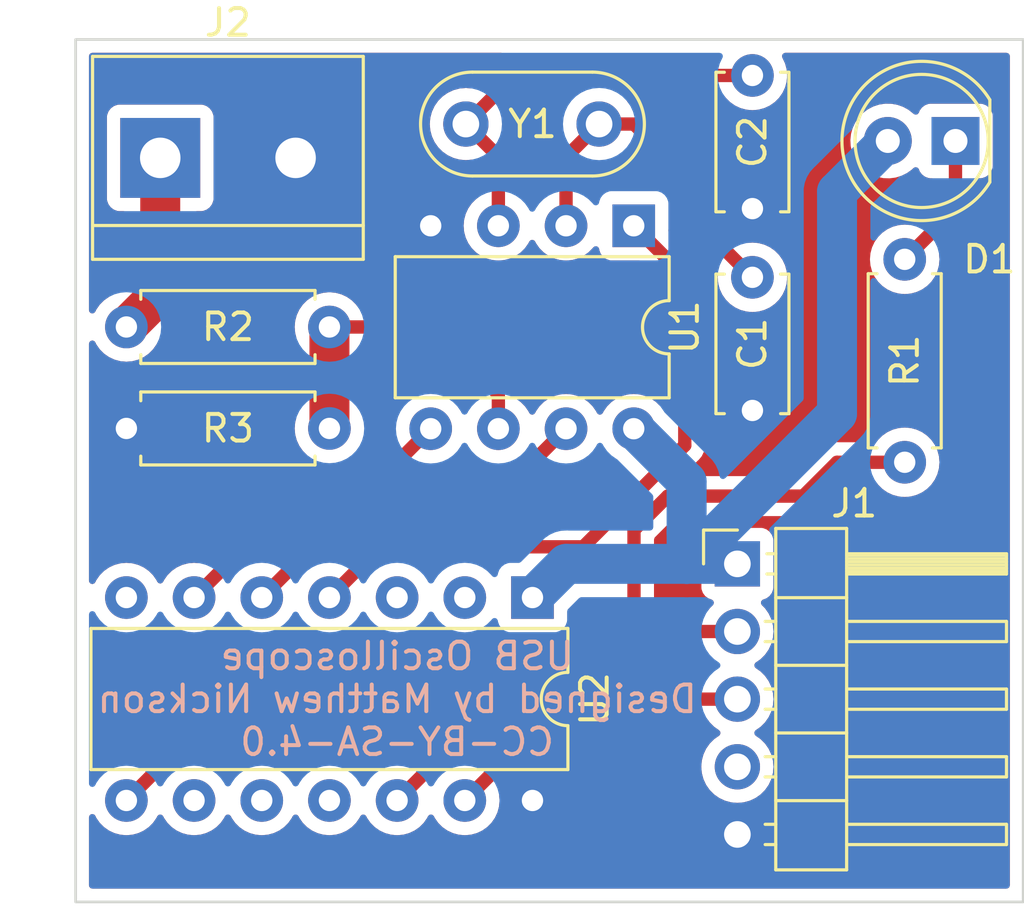
<source format=kicad_pcb>
(kicad_pcb (version 20211014) (generator pcbnew)
  (layers (0 "F.Cu" signal) (31 "B.Cu" signal) (34 "B.Paste" user) (35 "F.Paste" user) (36 "B.SilkS" user "B.Silkscreen") (37 "F.SilkS" user "F.Silkscreen") (38 "B.Mask" user) (39 "F.Mask" user) (44 "Edge.Cuts" user))
  (net 0 "")
  (net 1 "GND")
  (net 2 "Net-(C1-Pad2)")
  (net 3 "Net-(C2-Pad2)")
  (net 4 "Net-(D1-Pad1)")
  (net 5 "+5V")
  (net 6 "Net-(J1-Pad2)")
  (net 7 "Net-(J1-Pad3)")
  (net 9 "Net-(J2-Pad1)")
  (net 10 "Net-(R1-Pad2)")
  (net 11 "/SENSE")
  (net 12 "/~{RESET}")
  (net 13 "/MCU_RXD")
  (net 14 "/MCU_TXD")
  (footprint "Capacitor_THT:C_Disc_D5.0mm_W2.5mm_P5.00mm" (layer "F.Cu") (at 128.905 119.975 90)
    (fp_text reference "C1" (at 2.5 0 90) (layer "F.SilkS"))
    (fp_text value "27pF")
    (fp_line (start -0.12 1.37) (end 5.12 1.37) (layer "F.SilkS") (width 0.12))
    (fp_line (start 5.12 1.055) (end 5.12 1.37) (layer "F.SilkS") (width 0.12))
    (fp_line (start -0.12 -1.37) (end -0.12 -1.055) (layer "F.SilkS") (width 0.12))
    (fp_line (start -0.12 -1.37) (end 5.12 -1.37) (layer "F.SilkS") (width 0.12))
    (fp_line (start -0.12 1.055) (end -0.12 1.37) (layer "F.SilkS") (width 0.12))
    (fp_line (start 5.12 -1.37) (end 5.12 -1.055) (layer "F.SilkS") (width 0.12))
    (pad "1" thru_hole circle locked (at 0 0 90) (size 1.6 1.6) (drill 0.8) (layers *.Cu *.Mask) (net 1 "GND"))
    (pad "2" thru_hole circle locked (at 5 0 90) (size 1.6 1.6) (drill 0.8) (layers *.Cu *.Mask) (net 2 "Net-(C1-Pad2)"))
  )
  (footprint "TerminalBlock:TerminalBlock_bornier-2_P5.08mm" (layer "F.Cu") (at 106.68 110.49)
    (fp_text reference "J2" (at 2.54 -5.08) (layer "F.SilkS"))
    (fp_text value "Screw_Terminal_01x02")
    (fp_line (start -2.54 3.81) (end 7.62 3.81) (layer "F.SilkS") (width 0.12))
    (fp_line (start -2.54 -3.81) (end -2.54 3.81) (layer "F.SilkS") (width 0.12))
    (fp_line (start 7.62 3.81) (end 7.62 -3.81) (layer "F.SilkS") (width 0.12))
    (fp_line (start 7.62 -3.81) (end -2.54 -3.81) (layer "F.SilkS") (width 0.12))
    (fp_line (start 7.62 2.54) (end -2.54 2.54) (layer "F.SilkS") (width 0.12))
    (pad "1" thru_hole rect locked (at 0 0) (size 3 3) (drill 1.52) (layers *.Cu *.Mask) (net 9 "Net-(J2-Pad1)"))
    (pad "2" thru_hole circle locked (at 5.08 0) (size 3 3) (drill 1.52) (layers *.Cu *.Mask) (net 1 "GND"))
  )
  (footprint "Package_DIP:DIP-8_W7.62mm" (layer "F.Cu") (at 124.45 113.04 -90)
    (fp_text reference "U1" (at 3.81 -1.915 90) (layer "F.SilkS"))
    (fp_text value "ATtiny85-20P")
    (fp_line (start 2.81 -1.33) (end 1.16 -1.33) (layer "F.SilkS") (width 0.12))
    (fp_line (start 6.46 8.95) (end 6.46 -1.33) (layer "F.SilkS") (width 0.12))
    (fp_line (start 6.46 -1.33) (end 4.81 -1.33) (layer "F.SilkS") (width 0.12))
    (fp_line (start 1.16 -1.33) (end 1.16 8.95) (layer "F.SilkS") (width 0.12))
    (fp_line (start 1.16 8.95) (end 6.46 8.95) (layer "F.SilkS") (width 0.12))
    (fp_arc (start 4.81 -1.33) (mid 3.81 -0.33) (end 2.81 -1.33) (layer "F.SilkS") (width 0.12))
    (pad "1" thru_hole rect locked (at 0 0 270) (size 1.6 1.6) (drill 0.8) (layers *.Cu *.Mask) (net 12 "/~{RESET}"))
    (pad "2" thru_hole oval locked (at 0 2.54 270) (size 1.6 1.6) (drill 0.8) (layers *.Cu *.Mask) (net 2 "Net-(C1-Pad2)"))
    (pad "3" thru_hole oval locked (at 0 5.08 270) (size 1.6 1.6) (drill 0.8) (layers *.Cu *.Mask) (net 3 "Net-(C2-Pad2)"))
    (pad "4" thru_hole oval locked (at 0 7.62 270) (size 1.6 1.6) (drill 0.8) (layers *.Cu *.Mask) (net 1 "GND"))
    (pad "5" thru_hole oval locked (at 7.62 7.62 270) (size 1.6 1.6) (drill 0.8) (layers *.Cu *.Mask) (net 13 "/MCU_RXD"))
    (pad "6" thru_hole oval locked (at 7.62 5.08 270) (size 1.6 1.6) (drill 0.8) (layers *.Cu *.Mask) (net 11 "/SENSE"))
    (pad "7" thru_hole oval locked (at 7.62 2.54 270) (size 1.6 1.6) (drill 0.8) (layers *.Cu *.Mask) (net 14 "/MCU_TXD"))
    (pad "8" thru_hole oval locked (at 7.62 0 270) (size 1.6 1.6) (drill 0.8) (layers *.Cu *.Mask) (net 5 "+5V"))
  )
  (footprint "Package_DIP:DIP-14_W7.62mm" (layer "F.Cu") (at 120.65 127 -90)
    (fp_text reference "U2" (at 3.81 -2.33 90) (layer "F.SilkS"))
    (fp_text value "MCP2221AxP")
    (fp_line (start 1.16 16.57) (end 6.46 16.57) (layer "F.SilkS") (width 0.12))
    (fp_line (start 6.46 -1.33) (end 4.81 -1.33) (layer "F.SilkS") (width 0.12))
    (fp_line (start 6.46 16.57) (end 6.46 -1.33) (layer "F.SilkS") (width 0.12))
    (fp_line (start 2.81 -1.33) (end 1.16 -1.33) (layer "F.SilkS") (width 0.12))
    (fp_line (start 1.16 -1.33) (end 1.16 16.57) (layer "F.SilkS") (width 0.12))
    (fp_arc (start 4.81 -1.33) (mid 3.81 -0.33) (end 2.81 -1.33) (layer "F.SilkS") (width 0.12))
    (pad "1" thru_hole rect locked (at 0 0 270) (size 1.6 1.6) (drill 0.8) (layers *.Cu *.Mask) (net 5 "+5V"))
    (pad "2" thru_hole oval locked (at 0 2.54 270) (size 1.6 1.6) (drill 0.8) (layers *.Cu *.Mask))
    (pad "3" thru_hole oval locked (at 0 5.08 270) (size 1.6 1.6) (drill 0.8) (layers *.Cu *.Mask))
    (pad "4" thru_hole oval locked (at 0 7.62 270) (size 1.6 1.6) (drill 0.8) (layers *.Cu *.Mask) (net 12 "/~{RESET}"))
    (pad "5" thru_hole oval locked (at 0 10.16 270) (size 1.6 1.6) (drill 0.8) (layers *.Cu *.Mask) (net 14 "/MCU_TXD"))
    (pad "6" thru_hole oval locked (at 0 12.7 270) (size 1.6 1.6) (drill 0.8) (layers *.Cu *.Mask) (net 13 "/MCU_RXD"))
    (pad "7" thru_hole oval locked (at 0 15.24 270) (size 1.6 1.6) (drill 0.8) (layers *.Cu *.Mask))
    (pad "8" thru_hole oval locked (at 7.62 15.24 270) (size 1.6 1.6) (drill 0.8) (layers *.Cu *.Mask) (net 10 "Net-(R1-Pad2)"))
    (pad "9" thru_hole oval locked (at 7.62 12.7 270) (size 1.6 1.6) (drill 0.8) (layers *.Cu *.Mask))
    (pad "10" thru_hole oval locked (at 7.62 10.16 270) (size 1.6 1.6) (drill 0.8) (layers *.Cu *.Mask))
    (pad "11" thru_hole oval locked (at 7.62 7.62 270) (size 1.6 1.6) (drill 0.8) (layers *.Cu *.Mask))
    (pad "12" thru_hole oval locked (at 7.62 5.08 270) (size 1.6 1.6) (drill 0.8) (layers *.Cu *.Mask) (net 6 "Net-(J1-Pad2)"))
    (pad "13" thru_hole oval locked (at 7.62 2.54 270) (size 1.6 1.6) (drill 0.8) (layers *.Cu *.Mask) (net 7 "Net-(J1-Pad3)"))
    (pad "14" thru_hole oval locked (at 7.62 0 270) (size 1.6 1.6) (drill 0.8) (layers *.Cu *.Mask) (net 1 "GND"))
  )
  (footprint "Connector_PinHeader_2.54mm:PinHeader_1x05_P2.54mm_Horizontal" (layer "F.Cu") (at 128.34 125.735)
    (fp_text reference "J1" (at 4.385 -2.27) (layer "F.SilkS"))
    (fp_text value "USB_B_Micro")
    (fp_line (start 4.1 7.24) (end 10.1 7.24) (layer "F.SilkS") (width 0.12))
    (fp_line (start 1.042929 9.78) (end 1.44 9.78) (layer "F.SilkS") (width 0.12))
    (fp_line (start 1.042929 8) (end 1.44 8) (layer "F.SilkS") (width 0.12))
    (fp_line (start 4.1 0.16) (end 10.1 0.16) (layer "F.SilkS") (width 0.12))
    (fp_line (start 1.44 8.89) (end 4.1 8.89) (layer "F.SilkS") (width 0.12))
    (fp_line (start 4.1 11.49) (end 4.1 -1.33) (layer "F.SilkS") (width 0.12))
    (fp_line (start 4.1 0.28) (end 10.1 0.28) (layer "F.SilkS") (width 0.12))
    (fp_line (start 1.11 -0.38) (end 1.44 -0.38) (layer "F.SilkS") (width 0.12))
    (fp_line (start 10.1 7.24) (end 10.1 8) (layer "F.SilkS") (width 0.12))
    (fp_line (start 1.042929 2.92) (end 1.44 2.92) (layer "F.SilkS") (width 0.12))
    (fp_line (start 4.1 9.78) (end 10.1 9.78) (layer "F.SilkS") (width 0.12))
    (fp_line (start 4.1 -0.38) (end 10.1 -0.38) (layer "F.SilkS") (width 0.12))
    (fp_line (start 10.1 5.46) (end 4.1 5.46) (layer "F.SilkS") (width 0.12))
    (fp_line (start 10.1 10.54) (end 4.1 10.54) (layer "F.SilkS") (width 0.12))
    (fp_line (start 4.1 -1.33) (end 1.44 -1.33) (layer "F.SilkS") (width 0.12))
    (fp_line (start 10.1 2.92) (end 4.1 2.92) (layer "F.SilkS") (width 0.12))
    (fp_line (start 4.1 -0.32) (end 10.1 -0.32) (layer "F.SilkS") (width 0.12))
    (fp_line (start 1.042929 2.16) (end 1.44 2.16) (layer "F.SilkS") (width 0.12))
    (fp_line (start -1.27 -1.27) (end 0 -1.27) (layer "F.SilkS") (width 0.12))
    (fp_line (start 1.042929 4.7) (end 1.44 4.7) (layer "F.SilkS") (width 0.12))
    (fp_line (start -1.27 0) (end -1.27 -1.27) (layer "F.SilkS") (width 0.12))
    (fp_line (start 10.1 -0.38) (end 10.1 0.38) (layer "F.SilkS") (width 0.12))
    (fp_line (start 1.44 3.81) (end 4.1 3.81) (layer "F.SilkS") (width 0.12))
    (fp_line (start 4.1 -0.08) (end 10.1 -0.08) (layer "F.SilkS") (width 0.12))
    (fp_line (start 4.1 2.16) (end 10.1 2.16) (layer "F.SilkS") (width 0.12))
    (fp_line (start 10.1 9.78) (end 10.1 10.54) (layer "F.SilkS") (width 0.12))
    (fp_line (start 10.1 2.16) (end 10.1 2.92) (layer "F.SilkS") (width 0.12))
    (fp_line (start 1.042929 5.46) (end 1.44 5.46) (layer "F.SilkS") (width 0.12))
    (fp_line (start 1.042929 10.54) (end 1.44 10.54) (layer "F.SilkS") (width 0.12))
    (fp_line (start 1.44 1.27) (end 4.1 1.27) (layer "F.SilkS") (width 0.12))
    (fp_line (start 1.44 -1.33) (end 1.44 11.49) (layer "F.SilkS") (width 0.12))
    (fp_line (start 10.1 8) (end 4.1 8) (layer "F.SilkS") (width 0.12))
    (fp_line (start 4.1 4.7) (end 10.1 4.7) (layer "F.SilkS") (width 0.12))
    (fp_line (start 4.1 -0.2) (end 10.1 -0.2) (layer "F.SilkS") (width 0.12))
    (fp_line (start 1.11 0.38) (end 1.44 0.38) (layer "F.SilkS") (width 0.12))
    (fp_line (start 10.1 0.38) (end 4.1 0.38) (layer "F.SilkS") (width 0.12))
    (fp_line (start 10.1 4.7) (end 10.1 5.46) (layer "F.SilkS") (width 0.12))
    (fp_line (start 4.1 0.04) (end 10.1 0.04) (layer "F.SilkS") (width 0.12))
    (fp_line (start 1.44 6.35) (end 4.1 6.35) (layer "F.SilkS") (width 0.12))
    (fp_line (start 1.44 11.49) (end 4.1 11.49) (layer "F.SilkS") (width 0.12))
    (fp_line (start 1.042929 7.24) (end 1.44 7.24) (layer "F.SilkS") (width 0.12))
    (pad "1" thru_hole rect locked (at 0 0) (size 1.7 1.7) (drill 1) (layers *.Cu *.Mask) (net 5 "+5V"))
    (pad "2" thru_hole oval locked (at 0 2.54) (size 1.7 1.7) (drill 1) (layers *.Cu *.Mask) (net 6 "Net-(J1-Pad2)"))
    (pad "3" thru_hole oval locked (at 0 5.08) (size 1.7 1.7) (drill 1) (layers *.Cu *.Mask) (net 7 "Net-(J1-Pad3)"))
    (pad "4" thru_hole oval locked (at 0 7.62) (size 1.7 1.7) (drill 1) (layers *.Cu *.Mask))
    (pad "5" thru_hole oval locked (at 0 10.16) (size 1.7 1.7) (drill 1) (layers *.Cu *.Mask) (net 1 "GND"))
  )
  (footprint "Resistor_THT:R_Axial_DIN0207_L6.3mm_D2.5mm_P7.62mm_Horizontal" (layer "F.Cu") (at 134.62 114.3 -90)
    (fp_text reference "R1" (at 3.81 0 90) (layer "F.SilkS"))
    (fp_text value "330")
    (fp_line (start 7.08 -1.37) (end 7.08 -1.04) (layer "F.SilkS") (width 0.12))
    (fp_line (start 7.08 1.37) (end 7.08 1.04) (layer "F.SilkS") (width 0.12))
    (fp_line (start 0.54 -1.37) (end 7.08 -1.37) (layer "F.SilkS") (width 0.12))
    (fp_line (start 0.54 1.04) (end 0.54 1.37) (layer "F.SilkS") (width 0.12))
    (fp_line (start 0.54 -1.04) (end 0.54 -1.37) (layer "F.SilkS") (width 0.12))
    (fp_line (start 0.54 1.37) (end 7.08 1.37) (layer "F.SilkS") (width 0.12))
    (pad "1" thru_hole circle locked (at 0 0 270) (size 1.6 1.6) (drill 0.8) (layers *.Cu *.Mask) (net 4 "Net-(D1-Pad1)"))
    (pad "2" thru_hole oval locked (at 7.62 0 270) (size 1.6 1.6) (drill 0.8) (layers *.Cu *.Mask) (net 10 "Net-(R1-Pad2)"))
  )
  (footprint "Capacitor_THT:C_Disc_D5.0mm_W2.5mm_P5.00mm" (layer "F.Cu") (at 128.905 112.395 90)
    (fp_text reference "C2" (at 2.5 0 90) (layer "F.SilkS"))
    (fp_text value "27pF")
    (fp_line (start -0.12 -1.37) (end 5.12 -1.37) (layer "F.SilkS") (width 0.12))
    (fp_line (start 5.12 -1.37) (end 5.12 -1.055) (layer "F.SilkS") (width 0.12))
    (fp_line (start -0.12 -1.37) (end -0.12 -1.055) (layer "F.SilkS") (width 0.12))
    (fp_line (start -0.12 1.37) (end 5.12 1.37) (layer "F.SilkS") (width 0.12))
    (fp_line (start -0.12 1.055) (end -0.12 1.37) (layer "F.SilkS") (width 0.12))
    (fp_line (start 5.12 1.055) (end 5.12 1.37) (layer "F.SilkS") (width 0.12))
    (pad "1" thru_hole circle locked (at 0 0 90) (size 1.6 1.6) (drill 0.8) (layers *.Cu *.Mask) (net 1 "GND"))
    (pad "2" thru_hole circle locked (at 5 0 90) (size 1.6 1.6) (drill 0.8) (layers *.Cu *.Mask) (net 3 "Net-(C2-Pad2)"))
  )
  (footprint "Resistor_THT:R_Axial_DIN0207_L6.3mm_D2.5mm_P7.62mm_Horizontal" (layer "F.Cu") (at 105.41 116.84)
    (fp_text reference "R2" (at 3.81 0) (layer "F.SilkS"))
    (fp_text value "100K")
    (fp_line (start 0.54 -1.04) (end 0.54 -1.37) (layer "F.SilkS") (width 0.12))
    (fp_line (start 7.08 1.37) (end 7.08 1.04) (layer "F.SilkS") (width 0.12))
    (fp_line (start 7.08 -1.37) (end 7.08 -1.04) (layer "F.SilkS") (width 0.12))
    (fp_line (start 0.54 -1.37) (end 7.08 -1.37) (layer "F.SilkS") (width 0.12))
    (fp_line (start 0.54 1.04) (end 0.54 1.37) (layer "F.SilkS") (width 0.12))
    (fp_line (start 0.54 1.37) (end 7.08 1.37) (layer "F.SilkS") (width 0.12))
    (pad "1" thru_hole circle locked (at 0 0) (size 1.6 1.6) (drill 0.8) (layers *.Cu *.Mask) (net 9 "Net-(J2-Pad1)"))
    (pad "2" thru_hole oval locked (at 7.62 0) (size 1.6 1.6) (drill 0.8) (layers *.Cu *.Mask) (net 11 "/SENSE"))
  )
  (footprint "Resistor_THT:R_Axial_DIN0207_L6.3mm_D2.5mm_P7.62mm_Horizontal" (layer "F.Cu") (at 113.03 120.65 180)
    (fp_text reference "R3" (at 3.81 0) (layer "F.SilkS"))
    (fp_text value "10K")
    (fp_line (start 0.54 -1.37) (end 7.08 -1.37) (layer "F.SilkS") (width 0.12))
    (fp_line (start 0.54 1.04) (end 0.54 1.37) (layer "F.SilkS") (width 0.12))
    (fp_line (start 7.08 1.37) (end 7.08 1.04) (layer "F.SilkS") (width 0.12))
    (fp_line (start 7.08 -1.37) (end 7.08 -1.04) (layer "F.SilkS") (width 0.12))
    (fp_line (start 0.54 1.37) (end 7.08 1.37) (layer "F.SilkS") (width 0.12))
    (fp_line (start 0.54 -1.04) (end 0.54 -1.37) (layer "F.SilkS") (width 0.12))
    (pad "1" thru_hole circle locked (at 0 0 180) (size 1.6 1.6) (drill 0.8) (layers *.Cu *.Mask) (net 11 "/SENSE"))
    (pad "2" thru_hole oval locked (at 7.62 0 180) (size 1.6 1.6) (drill 0.8) (layers *.Cu *.Mask) (net 1 "GND"))
  )
  (footprint "Crystal:Resonator-2Pin_W8.0mm_H3.5mm" (layer "F.Cu") (at 118.15 109.22)
    (fp_text reference "Y1" (at 2.5 0) (layer "F.SilkS"))
    (fp_text value "16MHz")
    (fp_line (start 0.25 1.95) (end 4.75 1.95) (layer "F.SilkS") (width 0.12))
    (fp_line (start 0.25 -1.95) (end 4.75 -1.95) (layer "F.SilkS") (width 0.12))
    (fp_arc (start 0.25 1.95) (mid -1.7 0) (end 0.25 -1.95) (layer "F.SilkS") (width 0.12))
    (fp_arc (start 4.75 -1.95) (mid 6.7 0) (end 4.75 1.95) (layer "F.SilkS") (width 0.12))
    (pad "1" thru_hole circle locked (at 0 0) (size 1.7 1.7) (drill 1) (layers *.Cu *.Mask) (net 3 "Net-(C2-Pad2)"))
    (pad "2" thru_hole circle locked (at 5 0) (size 1.7 1.7) (drill 1) (layers *.Cu *.Mask) (net 2 "Net-(C1-Pad2)"))
  )
  (footprint "LED_THT:LED_D5.0mm" (layer "F.Cu") (at 136.525 109.855 180)
    (fp_text reference "D1" (at -1.27 -4.445) (layer "F.SilkS"))
    (fp_text value "LED")
    (fp_line (start -1.29 -1.545) (end -1.29 1.545) (layer "F.SilkS") (width 0.12))
    (fp_arc (start 4.26 -0.000462) (mid 2.072002 2.880433) (end -1.29 1.54483) (layer "F.SilkS") (width 0.12))
    (fp_arc (start -1.29 -1.54483) (mid 2.072002 -2.880433) (end 4.26 0.000462) (layer "F.SilkS") (width 0.12))
    (fp_circle (center 1.27 0) (end 3.77 0) (layer "F.SilkS") (width 0.12) (fill none))
    (pad "1" thru_hole rect locked (at 0 0 180) (size 1.8 1.8) (drill 0.9) (layers *.Cu *.Mask) (net 4 "Net-(D1-Pad1)"))
    (pad "2" thru_hole circle locked (at 2.54 0 180) (size 1.8 1.8) (drill 0.9) (layers *.Cu *.Mask) (net 5 "+5V"))
  )
  (gr_rect (start 103.505 106.045) (end 139.065 138.43) (layer "Edge.Cuts") (width 0.1) (fill none))
  (gr_text "USB Oscilloscope\nDesigned by Matthew Nickson\nCC-BY-SA-4.0" (at 115.57 130.81) (layer "B.SilkS") (effects (font (size 1 1)) (justify mirror)))
  (segment (start 124.46 109.22) (end 123.15 109.22) (width 0.5) (layer "F.Cu") (net 2))
  (segment (start 128.905 114.975) (end 126.365 112.435) (width 0.5) (layer "F.Cu") (net 2))
  (segment (start 126.365 112.435) (end 126.365 111.125) (width 0.5) (layer "F.Cu") (net 2))
  (segment (start 123.15 109.22) (end 121.91 110.46) (width 0.5) (layer "F.Cu") (net 2))
  (segment (start 126.365 111.125) (end 124.46 109.22) (width 0.5) (layer "F.Cu") (net 2))
  (segment (start 121.91 110.46) (end 121.91 113.04) (width 0.5) (layer "F.Cu") (net 2))
  (segment (start 119.37 110.46) (end 119.37 113.04) (width 0.5) (layer "F.Cu") (net 3))
  (segment (start 118.15 109.22) (end 119.38 110.45) (width 0.5) (layer "F.Cu") (net 3))
  (segment (start 128.905 107.395) (end 119.975 107.395) (width 0.5) (layer "F.Cu") (net 3))
  (segment (start 119.975 107.395) (end 118.15 109.22) (width 0.5) (layer "F.Cu") (net 3))
  (segment (start 119.38 110.45) (end 119.37 110.46) (width 0.5) (layer "F.Cu") (net 3))
  (segment (start 136.525 112.395) (end 136.525 109.855) (width 0.5) (layer "F.Cu") (net 4))
  (segment (start 134.62 114.3) (end 136.525 112.395) (width 0.5) (layer "F.Cu") (net 4))
  (segment (start 126.435 124.53) (end 126.435 122.645) (width 1.5) (layer "B.Cu") (net 5))
  (segment (start 126.435 124.53) (end 127.64 125.735) (width 1.5) (layer "B.Cu") (net 5))
  (segment (start 132.08 120.09) (end 132.08 111.76) (width 1.5) (layer "B.Cu") (net 5))
  (segment (start 132.08 111.76) (end 133.985 109.855) (width 1.5) (layer "B.Cu") (net 5))
  (segment (start 126.435 125.735) (end 132.08 120.09) (width 1.5) (layer "B.Cu") (net 5))
  (segment (start 126.435 122.645) (end 124.45 120.66) (width 1.5) (layer "B.Cu") (net 5))
  (segment (start 126.435 125.735) (end 128.34 125.735) (width 1.5) (layer "B.Cu") (net 5))
  (segment (start 120.65 127) (end 121.915 125.735) (width 1.5) (layer "B.Cu") (net 5))
  (segment (start 126.435 125.735) (end 126.435 124.53) (width 1.5) (layer "B.Cu") (net 5))
  (segment (start 127.64 125.735) (end 128.34 125.735) (width 1.5) (layer "B.Cu") (net 5))
  (segment (start 121.915 125.735) (end 126.435 125.735) (width 1.5) (layer "B.Cu") (net 5))
  (segment (start 126.435 128.275) (end 128.34 128.275) (width 0.5) (layer "F.Cu") (net 6))
  (segment (start 115.57 134.62) (end 119.38 130.81) (width 0.5) (layer "F.Cu") (net 6))
  (segment (start 119.38 130.81) (end 123.9 130.81) (width 0.5) (layer "F.Cu") (net 6))
  (segment (start 123.9 130.81) (end 126.435 128.275) (width 0.5) (layer "F.Cu") (net 6))
  (segment (start 120.65 132.08) (end 125.17 132.08) (width 0.5) (layer "F.Cu") (net 7))
  (segment (start 118.11 134.62) (end 120.65 132.08) (width 0.5) (layer "F.Cu") (net 7))
  (segment (start 126.435 130.815) (end 128.34 130.815) (width 0.5) (layer "F.Cu") (net 7))
  (segment (start 125.17 132.08) (end 126.435 130.815) (width 0.5) (layer "F.Cu") (net 7))
  (segment (start 106.68 110.49) (end 106.68 115.57) (width 1.5) (layer "F.Cu") (net 9))
  (segment (start 106.68 115.57) (end 105.41 116.84) (width 1.5) (layer "F.Cu") (net 9))
  (segment (start 124.46 128.27) (end 123.19 129.54) (width 0.5) (layer "F.Cu") (net 10))
  (segment (start 132.08 121.92) (end 130.81 123.19) (width 0.5) (layer "F.Cu") (net 10))
  (segment (start 125.73 123.19) (end 124.46 124.46) (width 0.5) (layer "F.Cu") (net 10))
  (segment (start 123.19 129.54) (end 118.11 129.54) (width 0.5) (layer "F.Cu") (net 10))
  (segment (start 115.57 132.08) (end 107.95 132.08) (width 0.5) (layer "F.Cu") (net 10))
  (segment (start 107.95 132.08) (end 105.41 134.62) (width 0.5) (layer "F.Cu") (net 10))
  (segment (start 134.62 121.92) (end 132.08 121.92) (width 0.5) (layer "F.Cu") (net 10))
  (segment (start 130.81 123.19) (end 125.73 123.19) (width 0.5) (layer "F.Cu") (net 10))
  (segment (start 118.11 129.54) (end 115.57 132.08) (width 0.5) (layer "F.Cu") (net 10))
  (segment (start 124.46 124.46) (end 124.46 128.27) (width 0.5) (layer "F.Cu") (net 10))
  (segment (start 119.37 119.37) (end 116.84 116.84) (width 0.5) (layer "F.Cu") (net 11))
  (segment (start 113.03 116.84) (end 113.03 120.65) (width 1.5) (layer "F.Cu") (net 11))
  (segment (start 116.84 116.84) (end 113.03 116.84) (width 0.5) (layer "F.Cu") (net 11))
  (segment (start 119.37 120.66) (end 119.37 119.37) (width 0.5) (layer "F.Cu") (net 11))
  (segment (start 113.03 127) (end 114.935 125.095) (width 0.5) (layer "F.Cu") (net 12))
  (segment (start 126.365 121.285) (end 126.365 114.955) (width 0.5) (layer "F.Cu") (net 12))
  (segment (start 114.935 125.095) (end 122.555 125.095) (width 0.5) (layer "F.Cu") (net 12))
  (segment (start 122.555 125.095) (end 126.365 121.285) (width 0.5) (layer "F.Cu") (net 12))
  (segment (start 126.365 114.955) (end 124.45 113.04) (width 0.5) (layer "F.Cu") (net 12))
  (segment (start 116.83 120.66) (end 114.935 122.555) (width 0.5) (layer "F.Cu") (net 13))
  (segment (start 114.935 122.555) (end 112.395 122.555) (width 0.5) (layer "F.Cu") (net 13))
  (segment (start 112.395 122.555) (end 107.95 127) (width 0.5) (layer "F.Cu") (net 13))
  (segment (start 118.745 123.825) (end 121.91 120.66) (width 0.5) (layer "F.Cu") (net 14))
  (segment (start 113.665 123.825) (end 118.745 123.825) (width 0.5) (layer "F.Cu") (net 14))
  (segment (start 110.49 127) (end 113.665 123.825) (width 0.5) (layer "F.Cu") (net 14))
  (zone (net 1) (net_name "GND") (layer "F.Cu") (connect_pads yes (clearance 0.5)) (min_thickness 0.254) (fill yes (thermal_gap 0.508) (thermal_bridge_width 0.508))
    (polygon (pts (xy 139.065 138.43) (xy 103.505 138.43) (xy 103.505 106.045) (xy 139.065 106.045)))
  )
  (zone (net 1) (net_name "GND") (layer "B.Cu") (connect_pads yes (clearance 0.5)) (min_thickness 0.254) (fill yes (thermal_gap 0.508) (thermal_bridge_width 0.508))
    (polygon (pts (xy 139.065 138.43) (xy 103.505 138.43) (xy 103.505 106.045) (xy 139.065 106.045)))
  )
)
</source>
